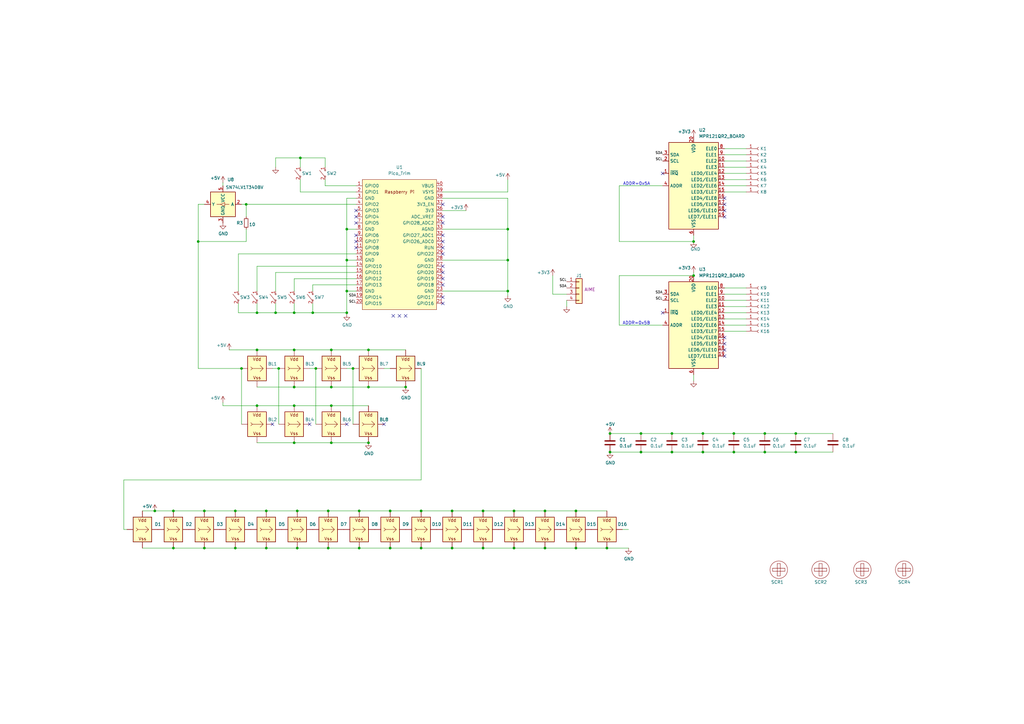
<source format=kicad_sch>
(kicad_sch (version 20230121) (generator eeschema)
  (paper "A3")
  (lib_symbols
    (symbol "Connector:Conn_01x01_Female" (pin_names (offset 1.016) hide)
      (property "Reference" "J" (at 0 2.54 0))
      (property "Value" "Conn_01x01_Female" (at 0 -2.54 0))
      (symbol "Conn_01x01_Female_1_1"
        (polyline (pts (xy -1.27 0) (xy -0.508 0)) (stroke (width 0.1524)))
        (arc (start 0 0.508) (mid -0.5058 0) (end 0 -0.508) (stroke (width 0.1524)))
        (pin passive line (at -5.08 0 0) (length 3.81) (name "Pin_1") (number "1"))
      )
    )
    (symbol "Connector_Generic:Conn_01x04" (pin_names (offset 1.016) hide)
      (property "Reference" "J" (at 0 5.08 0))
      (property "Value" "Conn_01x04" (at 0 -7.62 0))
      (symbol "Conn_01x04_1_1"
        (rectangle (start -1.27 -4.953) (end 0 -5.207) (stroke (width 0.1524)))
        (rectangle (start -1.27 -2.413) (end 0 -2.667) (stroke (width 0.1524)))
        (rectangle (start -1.27 0.127) (end 0 -0.127) (stroke (width 0.1524)))
        (rectangle (start -1.27 2.667) (end 0 2.413) (stroke (width 0.1524)))
        (rectangle (start -1.27 3.81) (end 1.27 -6.35) (stroke (width 0.254)) (fill (type background)))
        (pin passive line (at -5.08 2.54 0) (length 3.81) (name "Pin_1") (number "1"))
        (pin passive line (at -5.08 0 0) (length 3.81) (name "Pin_2") (number "2"))
        (pin passive line (at -5.08 -2.54 0) (length 3.81) (name "Pin_3") (number "3"))
        (pin passive line (at -5.08 -5.08 0) (length 3.81) (name "Pin_4") (number "4"))
      )
    )
    (symbol "Device:C" (pin_numbers hide) (pin_names (offset 0.254))
      (property "Reference" "C" (at 0.635 2.54 0))
      (property "Value" "C" (at 0.635 -2.54 0))
      (symbol "C_0_1"
        (polyline (pts (xy -2.032 -0.762) (xy 2.032 -0.762)) (stroke (width 0.508)))
        (polyline (pts (xy -2.032 0.762) (xy 2.032 0.762)) (stroke (width 0.508)))
      )
      (symbol "C_1_1"
        (pin passive line (at 0 3.81 270) (length 2.794) (name "~") (number "1"))
        (pin passive line (at 0 -3.81 90) (length 2.794) (name "~") (number "2"))
      )
    )
    (symbol "Device:R_Small" (pin_numbers hide) (pin_names (offset 0.254) hide)
      (property "Reference" "R" (at 0.762 0.508 0))
      (property "Value" "R_Small" (at 0.762 -1.016 0))
      (symbol "R_Small_0_1"
        (rectangle (start -0.762 1.778) (end 0.762 -1.778) (stroke (width 0.2032)))
      )
      (symbol "R_Small_1_1"
        (pin passive line (at 0 2.54 270) (length 0.762) (name "~") (number "1"))
        (pin passive line (at 0 -2.54 90) (length 0.762) (name "~") (number "2"))
      )
    )
    (symbol "Logic_LevelTranslator:SN74LV1T34DBV"
      (property "Reference" "U" (at 5.08 6.35 0))
      (property "Value" "SN74LV1T34DBV" (at 5.08 3.81 0))
      (symbol "SN74LV1T34DBV_0_1"
        (rectangle (start -5.08 5.08) (end 5.08 -5.08) (stroke (width 0.254)) (fill (type background)))
        (polyline (pts (xy -0.762 0) (xy -2.54 0)))
        (polyline (pts (xy 1.016 0) (xy 2.54 0)))
      )
      (symbol "SN74LV1T34DBV_1_1"
        (polyline (pts (xy -0.762 -0.762) (xy -0.762 0.762) (xy 1.016 0) (xy -0.762 -0.762)))
        (pin no_connect line (at -5.08 2.54 0) (length 2.54) hide (name "NC") (number "1"))
        (pin input line (at -7.62 0 0) (length 2.54) (name "A") (number "2"))
        (pin power_in line (at 0 -7.62 90) (length 2.54) (name "GND") (number "3"))
        (pin output line (at 7.62 0 180) (length 2.54) (name "Y") (number "4"))
        (pin power_in line (at 0 7.62 270) (length 2.54) (name "VCC") (number "5"))
      )
    )
    (symbol "agg:SWITCH_SPST" (pin_names (offset 0.0254) hide)
      (property "Reference" "SW" (at 0 3.81 0))
      (property "Value" "SWITCH_SPST" (at 0 -2.54 0))
      (symbol "SWITCH_SPST_1_1"
        (circle (center -1.27 0) (radius 0.254))
        (polyline (pts (xy -1.27 0.254) (xy 1.27 2.286)))
        (circle (center 1.27 0) (radius 0.254))
        (pin passive line (at 2.54 0 180) (length 1.016) (name "\"~{\"}") (number "1"))
        (pin passive line (at -2.54 0 0) (length 1.016) (name "\"~{\"}") (number "2"))
      )
    )
    (symbol "diva_main:MPR121QR2_BOARD"
      (property "Reference" "U" (at -10.16 19.05 0))
      (property "Value" "MPR121QR2_BOARD" (at 6.35 19.05 0))
      (symbol "MPR121QR2_BOARD_0_1"
        (rectangle (start -10.16 17.78) (end 10.16 -17.78) (stroke (width 0.254)) (fill (type background)))
      )
      (symbol "MPR121QR2_BOARD_1_1"
        (pin open_collector line (at -12.7 5.08 0) (length 2.54) (name "~{IRQ}") (number "1"))
        (pin passive line (at 12.7 10.16 180) (length 2.54) (name "ELE2") (number "10"))
        (pin passive line (at 12.7 7.62 180) (length 2.54) (name "ELE3") (number "11"))
        (pin passive line (at 12.7 5.08 180) (length 2.54) (name "LED0/ELE4") (number "12"))
        (pin passive line (at 12.7 2.54 180) (length 2.54) (name "LED1/ELE5") (number "13"))
        (pin passive line (at 12.7 0 180) (length 2.54) (name "LED2/ELE6") (number "14"))
        (pin passive line (at 12.7 -2.54 180) (length 2.54) (name "LED3/ELE7") (number "15"))
        (pin passive line (at 12.7 -5.08 180) (length 2.54) (name "LED4/ELE8") (number "16"))
        (pin passive line (at 12.7 -7.62 180) (length 2.54) (name "LED5/ELE9") (number "17"))
        (pin passive line (at 12.7 -10.16 180) (length 2.54) (name "LED6/ELE10") (number "18"))
        (pin passive line (at 12.7 -12.7 180) (length 2.54) (name "LED7/ELE11") (number "19"))
        (pin input line (at -12.7 10.16 0) (length 2.54) (name "SCL") (number "2"))
        (pin power_in line (at 0 20.32 270) (length 2.54) (name "VDD") (number "20"))
        (pin bidirectional line (at -12.7 12.7 0) (length 2.54) (name "SDA") (number "3"))
        (pin input line (at -12.7 0 0) (length 2.54) (name "ADDR") (number "4"))
        (pin power_in line (at 0 -20.32 90) (length 2.54) (name "VSS") (number "6"))
        (pin passive line (at 12.7 15.24 180) (length 2.54) (name "ELE0") (number "8"))
        (pin passive line (at 12.7 12.7 180) (length 2.54) (name "ELE1") (number "9"))
      )
    )
    (symbol "diva_main:Pico_Trim" (pin_names (offset 1.016))
      (property "Reference" "U" (at -13.97 27.94 0))
      (property "Value" "Pico_Trim" (at 0 19.05 0))
      (symbol "Pico_Trim_0_0"
        (text "Raspberry Pi" (at 0 21.59 0) (effects (font (size 1.27 1.27))))
      )
      (symbol "Pico_Trim_0_1"
        (rectangle (start -15.24 26.67) (end 15.24 -26.67) (fill (type background)))
      )
      (symbol "Pico_Trim_1_1"
        (pin bidirectional line (at -17.78 24.13 0) (length 2.54) (name "GPIO0") (number "1"))
        (pin bidirectional line (at -17.78 1.27 0) (length 2.54) (name "GPIO7") (number "10"))
        (pin bidirectional line (at -17.78 -1.27 0) (length 2.54) (name "GPIO8") (number "11"))
        (pin bidirectional line (at -17.78 -3.81 0) (length 2.54) (name "GPIO9") (number "12"))
        (pin power_in line (at -17.78 -6.35 0) (length 2.54) (name "GND") (number "13"))
        (pin bidirectional line (at -17.78 -8.89 0) (length 2.54) (name "GPIO10") (number "14"))
        (pin bidirectional line (at -17.78 -11.43 0) (length 2.54) (name "GPIO11") (number "15"))
        (pin bidirectional line (at -17.78 -13.97 0) (length 2.54) (name "GPIO12") (number "16"))
        (pin bidirectional line (at -17.78 -16.51 0) (length 2.54) (name "GPIO13") (number "17"))
        (pin power_in line (at -17.78 -19.05 0) (length 2.54) (name "GND") (number "18"))
        (pin bidirectional line (at -17.78 -21.59 0) (length 2.54) (name "GPIO14") (number "19"))
        (pin bidirectional line (at -17.78 21.59 0) (length 2.54) (name "GPIO1") (number "2"))
        (pin bidirectional line (at -17.78 -24.13 0) (length 2.54) (name "GPIO15") (number "20"))
        (pin bidirectional line (at 17.78 -24.13 180) (length 2.54) (name "GPIO16") (number "21"))
        (pin bidirectional line (at 17.78 -21.59 180) (length 2.54) (name "GPIO17") (number "22"))
        (pin power_in line (at 17.78 -19.05 180) (length 2.54) (name "GND") (number "23"))
        (pin bidirectional line (at 17.78 -16.51 180) (length 2.54) (name "GPIO18") (number "24"))
        (pin bidirectional line (at 17.78 -13.97 180) (length 2.54) (name "GPIO19") (number "25"))
        (pin bidirectional line (at 17.78 -11.43 180) (length 2.54) (name "GPIO20") (number "26"))
        (pin bidirectional line (at 17.78 -8.89 180) (length 2.54) (name "GPIO21") (number "27"))
        (pin power_in line (at 17.78 -6.35 180) (length 2.54) (name "GND") (number "28"))
        (pin bidirectional line (at 17.78 -3.81 180) (length 2.54) (name "GPIO22") (number "29"))
        (pin power_in line (at -17.78 19.05 0) (length 2.54) (name "GND") (number "3"))
        (pin input line (at 17.78 -1.27 180) (length 2.54) (name "RUN") (number "30"))
        (pin bidirectional line (at 17.78 1.27 180) (length 2.54) (name "GPIO26_ADC0") (number "31"))
        (pin bidirectional line (at 17.78 3.81 180) (length 2.54) (name "GPIO27_ADC1") (number "32"))
        (pin power_in line (at 17.78 6.35 180) (length 2.54) (name "AGND") (number "33"))
        (pin bidirectional line (at 17.78 8.89 180) (length 2.54) (name "GPIO28_ADC2") (number "34"))
        (pin unspecified line (at 17.78 11.43 180) (length 2.54) (name "ADC_VREF") (number "35"))
        (pin unspecified line (at 17.78 13.97 180) (length 2.54) (name "3V3") (number "36"))
        (pin input line (at 17.78 16.51 180) (length 2.54) (name "3V3_EN") (number "37"))
        (pin bidirectional line (at 17.78 19.05 180) (length 2.54) (name "GND") (number "38"))
        (pin unspecified line (at 17.78 21.59 180) (length 2.54) (name "VSYS") (number "39"))
        (pin bidirectional line (at -17.78 16.51 0) (length 2.54) (name "GPIO2") (number "4"))
        (pin unspecified line (at 17.78 24.13 180) (length 2.54) (name "VBUS") (number "40"))
        (pin bidirectional line (at -17.78 13.97 0) (length 2.54) (name "GPIO3") (number "5"))
        (pin bidirectional line (at -17.78 11.43 0) (length 2.54) (name "GPIO4") (number "6"))
        (pin bidirectional line (at -17.78 8.89 0) (length 2.54) (name "GPIO5") (number "7"))
        (pin power_in line (at -17.78 6.35 0) (length 2.54) (name "GND") (number "8"))
        (pin bidirectional line (at -17.78 3.81 0) (length 2.54) (name "GPIO6") (number "9"))
      )
    )
    (symbol "diva_main:WS2812B_Unified" (pin_numbers hide) (pin_names (offset 0.254) hide)
      (property "Reference" "D10" (at 2.54 6.35 0))
      (symbol "WS2812B_Unified_0_0"
        (polyline (pts (xy -1.905 0) (xy 2.54 0) (xy 1.27 1.27)))
        (text "Vdd" (at 0 3.81 0) (effects (font (size 1.27 1.27))))
        (text "Vss" (at 0 -3.81 0) (effects (font (size 1.27 1.27))))
      )
      (symbol "WS2812B_Unified_0_1"
        (rectangle (start -3.81 5.08) (end 3.81 -5.08) (stroke (width 0.254)) (fill (type background)))
        (polyline (pts (xy 1.27 -1.27) (xy 2.54 0)))
        (polyline (pts (xy -2.54 0.635) (xy -1.905 0) (xy -2.54 -0.635)))
      )
      (symbol "WS2812B_Unified_1_1"
        (pin power_in line (at 0 -7.62 90) (length 2.54) (name "VSS") (number "G"))
        (pin input line (at -6.35 0 0) (length 2.54) (name "In") (number "I"))
        (pin output line (at 6.35 0 180) (length 2.54) (name "Out") (number "O"))
        (pin power_in line (at 0 7.62 270) (length 2.54) (name "VDD") (number "V"))
      )
    )
    (symbol "iidx_teeny:ScrewHole" (pin_names (offset 0) hide)
      (property "Reference" "SCR?" (at 0.635 -5.715 0))
      (symbol "ScrewHole_0_1"
        (rectangle (start -2.54 0.635) (end 2.54 -0.635))
        (rectangle (start -0.635 2.54) (end 0.635 -2.54))
        (circle (center 0 0) (radius 3.5921))
      )
    )
    (symbol "power:+3V3" (power) (pin_names (offset 0))
      (property "Value" "+3V3" (at 0 3.556 0))
      (symbol "+3V3_0_1"
        (polyline (pts (xy -0.762 1.27) (xy 0 2.54)))
        (polyline (pts (xy 0 0) (xy 0 2.54)))
        (polyline (pts (xy 0 2.54) (xy 0.762 1.27)))
      )
      (symbol "+3V3_1_1"
        (pin power_in line (at 0 0 90) (length 0) hide (name "+3V3") (number "1"))
      )
    )
    (symbol "power:+5V" (power) (pin_names (offset 0))
      (property "Value" "+5V" (at 0 3.556 0))
      (symbol "+5V_0_1"
        (polyline (pts (xy -0.762 1.27) (xy 0 2.54)))
        (polyline (pts (xy 0 0) (xy 0 2.54)))
        (polyline (pts (xy 0 2.54) (xy 0.762 1.27)))
      )
      (symbol "+5V_1_1"
        (pin power_in line (at 0 0 90) (length 0) hide (name "+5V") (number "1"))
      )
    )
    (symbol "power:GND" (power) (pin_names (offset 0))
      (property "Value" "GND" (at 0 -3.81 0))
      (symbol "GND_0_1"
        (polyline (pts (xy 0 0) (xy 0 -1.27) (xy 1.27 -1.27) (xy 0 -2.54) (xy -1.27 -1.27) (xy 0 -1.27)))
      )
      (symbol "GND_1_1"
        (pin power_in line (at 0 0 270) (length 0) hide (name "GND") (number "1"))
      )
    )
  )
  (junction (at 123.19 64.77))
  (junction (at 109.22 224.79))
  (junction (at 99.06 151.13))
  (junction (at 147.32 209.55))
  (junction (at 300.99 185.42))
  (junction (at 96.52 224.79))
  (junction (at 135.89 181.61))
  (junction (at 135.89 158.75))
  (junction (at 236.22 209.55))
  (junction (at 248.92 224.79))
  (junction (at 81.28 99.06))
  (junction (at 185.42 224.79))
  (junction (at 151.13 181.61))
  (junction (at 151.13 143.51))
  (junction (at 135.89 166.37))
  (junction (at 160.02 209.55))
  (junction (at 129.54 151.13))
  (junction (at 121.92 224.79))
  (junction (at 109.22 209.55))
  (junction (at 134.62 224.79))
  (junction (at 262.89 185.42))
  (junction (at 250.19 177.8))
  (junction (at 185.42 209.55))
  (junction (at 120.65 128.27))
  (junction (at 223.52 224.79))
  (junction (at 144.78 151.13))
  (junction (at 142.24 119.38))
  (junction (at 83.82 224.79))
  (junction (at 250.19 185.42))
  (junction (at 114.3 151.13))
  (junction (at 313.69 185.42))
  (junction (at 284.48 99.06))
  (junction (at 313.69 177.8))
  (junction (at 63.5 209.55))
  (junction (at 166.37 158.75))
  (junction (at 120.65 181.61))
  (junction (at 121.92 209.55))
  (junction (at 105.41 128.27))
  (junction (at 134.62 209.55))
  (junction (at 288.29 177.8))
  (junction (at 236.22 224.79))
  (junction (at 288.29 185.42))
  (junction (at 172.72 224.79))
  (junction (at 262.89 177.8))
  (junction (at 160.02 224.79))
  (junction (at 275.59 177.8))
  (junction (at 326.39 185.42))
  (junction (at 113.03 128.27))
  (junction (at 135.89 143.51))
  (junction (at 300.99 177.8))
  (junction (at 142.24 106.68))
  (junction (at 120.65 143.51))
  (junction (at 71.12 209.55))
  (junction (at 120.65 158.75))
  (junction (at 223.52 209.55))
  (junction (at 210.82 224.79))
  (junction (at 326.39 177.8))
  (junction (at 198.12 209.55))
  (junction (at 105.41 143.51))
  (junction (at 100.965 83.82))
  (junction (at 96.52 209.55))
  (junction (at 142.24 93.98))
  (junction (at 198.12 224.79))
  (junction (at 83.82 209.55))
  (junction (at 128.27 128.27))
  (junction (at 142.24 128.27))
  (junction (at 210.82 209.55))
  (junction (at 208.28 106.68))
  (junction (at 208.28 93.98))
  (junction (at 120.65 166.37))
  (junction (at 71.12 224.79))
  (junction (at 147.32 224.79))
  (junction (at 284.48 113.03))
  (junction (at 105.41 166.37))
  (junction (at 275.59 185.42))
  (junction (at 208.28 119.38))
  (junction (at 151.13 158.75))
  (junction (at 172.72 209.55))
  (no_connect (at 163.83 129.54))
  (no_connect (at 297.18 81.28))
  (no_connect (at 297.18 146.05))
  (no_connect (at 297.18 83.82))
  (no_connect (at 181.61 121.92))
  (no_connect (at 146.05 99.06))
  (no_connect (at 297.18 143.51))
  (no_connect (at 181.61 101.6))
  (no_connect (at 181.61 104.14))
  (no_connect (at 181.61 109.22))
  (no_connect (at 181.61 111.76))
  (no_connect (at 181.61 83.82))
  (no_connect (at 181.61 88.9))
  (no_connect (at 161.29 129.54))
  (no_connect (at 181.61 91.44))
  (no_connect (at 181.61 124.46))
  (no_connect (at 111.76 173.99))
  (no_connect (at 157.48 173.99))
  (no_connect (at 297.18 138.43))
  (no_connect (at 297.18 140.97))
  (no_connect (at 181.61 96.52))
  (no_connect (at 297.18 86.36))
  (no_connect (at 181.61 116.84))
  (no_connect (at 146.05 96.52))
  (no_connect (at 181.61 99.06))
  (no_connect (at 127 173.99))
  (no_connect (at 142.24 173.99))
  (no_connect (at 271.78 71.12))
  (no_connect (at 297.18 88.9))
  (no_connect (at 146.05 86.36))
  (no_connect (at 271.78 128.27))
  (no_connect (at 181.61 114.3))
  (no_connect (at 166.37 129.54))
  (no_connect (at 146.05 101.6))
  (no_connect (at 146.05 91.44))
  (no_connect (at 146.05 88.9))
  (wire (pts (xy 284.48 156.21) (xy 284.48 153.67)))
  (wire (pts (xy 105.41 124.46) (xy 105.41 128.27)))
  (wire (pts (xy 181.61 86.36) (xy 191.135 86.36)))
  (wire (pts (xy 142.24 81.28) (xy 142.24 93.98)))
  (wire (pts (xy 160.02 224.79) (xy 172.72 224.79)))
  (wire (pts (xy 297.18 73.66) (xy 306.07 73.66)))
  (wire (pts (xy 128.27 128.27) (xy 142.24 128.27)))
  (wire (pts (xy 210.82 224.79) (xy 223.52 224.79)))
  (wire (pts (xy 50.8 217.17) (xy 52.07 217.17)))
  (wire (pts (xy 181.61 119.38) (xy 208.28 119.38)))
  (wire (pts (xy 297.18 63.5) (xy 306.07 63.5)))
  (wire (pts (xy 297.18 78.74) (xy 306.07 78.74)))
  (wire (pts (xy 313.69 185.42) (xy 326.39 185.42)))
  (wire (pts (xy 105.41 128.27) (xy 113.03 128.27)))
  (wire (pts (xy 236.22 209.55) (xy 248.92 209.55)))
  (wire (pts (xy 297.18 68.58) (xy 306.07 68.58)))
  (wire (pts (xy 146.05 104.14) (xy 97.79 104.14)))
  (wire (pts (xy 134.62 209.55) (xy 147.32 209.55)))
  (wire (pts (xy 208.28 81.28) (xy 208.28 93.98)))
  (wire (pts (xy 81.28 99.06) (xy 81.28 151.13)))
  (wire (pts (xy 133.35 76.2) (xy 133.35 73.66)))
  (wire (pts (xy 306.07 120.65) (xy 297.18 120.65)))
  (wire (pts (xy 97.79 104.14) (xy 97.79 119.38)))
  (wire (pts (xy 83.82 224.79) (xy 96.52 224.79)))
  (wire (pts (xy 120.65 158.75) (xy 135.89 158.75)))
  (wire (pts (xy 185.42 224.79) (xy 198.12 224.79)))
  (wire (pts (xy 105.41 109.22) (xy 105.41 119.38)))
  (wire (pts (xy 297.18 76.2) (xy 306.07 76.2)))
  (wire (pts (xy 81.28 83.82) (xy 83.82 83.82)))
  (wire (pts (xy 223.52 209.55) (xy 236.22 209.55)))
  (wire (pts (xy 297.18 60.96) (xy 306.07 60.96)))
  (wire (pts (xy 226.695 120.65) (xy 226.695 113.03)))
  (wire (pts (xy 284.48 99.06) (xy 284.48 96.52)))
  (wire (pts (xy 50.8 196.85) (xy 50.8 217.17)))
  (wire (pts (xy 105.41 143.51) (xy 120.65 143.51)))
  (wire (pts (xy 271.78 76.2) (xy 254 76.2)))
  (wire (pts (xy 157.48 151.13) (xy 160.02 151.13)))
  (wire (pts (xy 146.05 114.3) (xy 120.65 114.3)))
  (wire (pts (xy 105.41 158.75) (xy 120.65 158.75)))
  (wire (pts (xy 297.18 66.04) (xy 306.07 66.04)))
  (wire (pts (xy 151.13 158.75) (xy 166.37 158.75)))
  (wire (pts (xy 128.27 124.46) (xy 128.27 128.27)))
  (wire (pts (xy 146.05 111.76) (xy 113.03 111.76)))
  (wire (pts (xy 81.28 151.13) (xy 99.06 151.13)))
  (wire (pts (xy 223.52 224.79) (xy 236.22 224.79)))
  (wire (pts (xy 127 151.13) (xy 129.54 151.13)))
  (wire (pts (xy 142.24 93.98) (xy 142.24 106.68)))
  (wire (pts (xy 208.28 119.38) (xy 208.28 121.285)))
  (wire (pts (xy 248.92 224.79) (xy 257.81 224.79)))
  (wire (pts (xy 113.03 68.58) (xy 113.03 64.77)))
  (wire (pts (xy 254 133.35) (xy 254 113.03)))
  (wire (pts (xy 306.07 118.11) (xy 297.18 118.11)))
  (wire (pts (xy 326.39 177.8) (xy 341.63 177.8)))
  (wire (pts (xy 120.65 128.27) (xy 128.27 128.27)))
  (wire (pts (xy 121.92 224.79) (xy 134.62 224.79)))
  (wire (pts (xy 97.79 128.27) (xy 97.79 124.46)))
  (wire (pts (xy 262.89 177.8) (xy 275.59 177.8)))
  (wire (pts (xy 128.27 116.84) (xy 128.27 119.38)))
  (wire (pts (xy 109.22 209.55) (xy 121.92 209.55)))
  (wire (pts (xy 121.92 209.55) (xy 134.62 209.55)))
  (wire (pts (xy 113.03 128.27) (xy 120.65 128.27)))
  (wire (pts (xy 113.03 111.76) (xy 113.03 119.38)))
  (wire (pts (xy 81.28 83.82) (xy 81.28 99.06)))
  (wire (pts (xy 275.59 185.42) (xy 288.29 185.42)))
  (wire (pts (xy 144.78 151.13) (xy 144.78 173.99)))
  (wire (pts (xy 198.12 209.55) (xy 210.82 209.55)))
  (wire (pts (xy 208.28 73.66) (xy 208.28 78.74)))
  (wire (pts (xy 123.19 78.74) (xy 123.19 73.66)))
  (wire (pts (xy 306.07 135.89) (xy 297.18 135.89)))
  (wire (pts (xy 93.98 143.51) (xy 105.41 143.51)))
  (wire (pts (xy 100.965 83.82) (xy 100.965 88.9)))
  (wire (pts (xy 123.19 64.77) (xy 123.19 68.58)))
  (wire (pts (xy 232.41 120.65) (xy 226.695 120.65)))
  (wire (pts (xy 100.965 99.06) (xy 81.28 99.06)))
  (wire (pts (xy 71.12 209.55) (xy 83.82 209.55)))
  (wire (pts (xy 135.89 181.61) (xy 151.13 181.61)))
  (wire (pts (xy 133.35 64.77) (xy 133.35 68.58)))
  (wire (pts (xy 109.22 224.79) (xy 121.92 224.79)))
  (wire (pts (xy 172.72 151.13) (xy 172.72 196.85)))
  (wire (pts (xy 99.06 173.99) (xy 99.06 151.13)))
  (wire (pts (xy 172.72 196.85) (xy 50.8 196.85)))
  (wire (pts (xy 250.19 185.42) (xy 262.89 185.42)))
  (wire (pts (xy 160.02 209.55) (xy 172.72 209.55)))
  (wire (pts (xy 255.27 217.17) (xy 257.81 217.17)))
  (wire (pts (xy 113.03 124.46) (xy 113.03 128.27)))
  (wire (pts (xy 306.07 123.19) (xy 297.18 123.19)))
  (wire (pts (xy 135.89 143.51) (xy 151.13 143.51)))
  (wire (pts (xy 83.82 209.55) (xy 96.52 209.55)))
  (wire (pts (xy 63.5 209.55) (xy 71.12 209.55)))
  (wire (pts (xy 326.39 185.42) (xy 341.63 185.42)))
  (wire (pts (xy 120.65 166.37) (xy 135.89 166.37)))
  (wire (pts (xy 91.44 165.1) (xy 91.44 166.37)))
  (wire (pts (xy 146.05 76.2) (xy 133.35 76.2)))
  (wire (pts (xy 105.41 181.61) (xy 120.65 181.61)))
  (wire (pts (xy 96.52 224.79) (xy 109.22 224.79)))
  (wire (pts (xy 142.24 106.68) (xy 142.24 119.38)))
  (wire (pts (xy 262.89 185.42) (xy 275.59 185.42)))
  (wire (pts (xy 275.59 177.8) (xy 288.29 177.8)))
  (wire (pts (xy 297.18 71.12) (xy 306.07 71.12)))
  (wire (pts (xy 96.52 209.55) (xy 109.22 209.55)))
  (wire (pts (xy 284.48 111.76) (xy 284.48 113.03)))
  (wire (pts (xy 129.54 151.13) (xy 129.54 173.99)))
  (wire (pts (xy 236.22 224.79) (xy 248.92 224.79)))
  (wire (pts (xy 306.07 133.35) (xy 297.18 133.35)))
  (wire (pts (xy 113.03 64.77) (xy 123.19 64.77)))
  (wire (pts (xy 120.65 143.51) (xy 135.89 143.51)))
  (wire (pts (xy 172.72 224.79) (xy 185.42 224.79)))
  (wire (pts (xy 120.65 124.46) (xy 120.65 128.27)))
  (wire (pts (xy 300.99 185.42) (xy 313.69 185.42)))
  (wire (pts (xy 147.32 209.55) (xy 160.02 209.55)))
  (wire (pts (xy 146.05 116.84) (xy 128.27 116.84)))
  (wire (pts (xy 146.05 81.28) (xy 142.24 81.28)))
  (wire (pts (xy 142.24 119.38) (xy 146.05 119.38)))
  (wire (pts (xy 208.28 106.68) (xy 208.28 119.38)))
  (wire (pts (xy 254 113.03) (xy 284.48 113.03)))
  (wire (pts (xy 100.965 93.98) (xy 100.965 99.06)))
  (wire (pts (xy 105.41 128.27) (xy 97.79 128.27)))
  (wire (pts (xy 134.62 224.79) (xy 147.32 224.79)))
  (wire (pts (xy 147.32 224.79) (xy 160.02 224.79)))
  (wire (pts (xy 146.05 78.74) (xy 123.19 78.74)))
  (wire (pts (xy 254 76.2) (xy 254 99.06)))
  (wire (pts (xy 120.65 181.61) (xy 135.89 181.61)))
  (wire (pts (xy 181.61 81.28) (xy 208.28 81.28)))
  (wire (pts (xy 58.42 209.55) (xy 63.5 209.55)))
  (wire (pts (xy 142.24 128.27) (xy 142.24 128.905)))
  (wire (pts (xy 300.99 177.8) (xy 313.69 177.8)))
  (wire (pts (xy 123.19 64.77) (xy 133.35 64.77)))
  (wire (pts (xy 181.61 106.68) (xy 208.28 106.68)))
  (wire (pts (xy 135.89 166.37) (xy 151.13 166.37)))
  (wire (pts (xy 91.44 74.93) (xy 91.44 76.2)))
  (wire (pts (xy 111.76 151.13) (xy 114.3 151.13)))
  (wire (pts (xy 114.3 151.13) (xy 114.3 173.99)))
  (wire (pts (xy 71.12 224.79) (xy 83.82 224.79)))
  (wire (pts (xy 208.28 93.98) (xy 208.28 106.68)))
  (wire (pts (xy 185.42 209.55) (xy 198.12 209.55)))
  (wire (pts (xy 181.61 78.74) (xy 208.28 78.74)))
  (wire (pts (xy 288.29 185.42) (xy 300.99 185.42)))
  (wire (pts (xy 306.07 130.81) (xy 297.18 130.81)))
  (wire (pts (xy 271.78 133.35) (xy 254 133.35)))
  (wire (pts (xy 254 99.06) (xy 284.48 99.06)))
  (wire (pts (xy 181.61 93.98) (xy 208.28 93.98)))
  (wire (pts (xy 198.12 224.79) (xy 210.82 224.79)))
  (wire (pts (xy 172.72 209.55) (xy 185.42 209.55)))
  (wire (pts (xy 146.05 109.22) (xy 105.41 109.22)))
  (wire (pts (xy 105.41 166.37) (xy 120.65 166.37)))
  (wire (pts (xy 91.44 166.37) (xy 105.41 166.37)))
  (wire (pts (xy 210.82 209.55) (xy 223.52 209.55)))
  (wire (pts (xy 250.19 177.8) (xy 262.89 177.8)))
  (wire (pts (xy 135.89 158.75) (xy 151.13 158.75)))
  (wire (pts (xy 142.24 93.98) (xy 146.05 93.98)))
  (wire (pts (xy 120.65 114.3) (xy 120.65 119.38)))
  (wire (pts (xy 58.42 224.79) (xy 71.12 224.79)))
  (wire (pts (xy 232.41 123.19) (xy 232.41 125.73)))
  (wire (pts (xy 100.965 83.82) (xy 99.06 83.82)))
  (wire (pts (xy 306.07 128.27) (xy 297.18 128.27)))
  (wire (pts (xy 306.07 125.73) (xy 297.18 125.73)))
  (wire (pts (xy 142.24 119.38) (xy 142.24 128.27)))
  (wire (pts (xy 142.24 106.68) (xy 146.05 106.68)))
  (wire (pts (xy 288.29 177.8) (xy 300.99 177.8)))
  (wire (pts (xy 151.13 143.51) (xy 166.37 143.51)))
  (wire (pts (xy 142.24 151.13) (xy 144.78 151.13)))
  (wire (pts (xy 100.965 83.82) (xy 146.05 83.82)))
  (wire (pts (xy 313.69 177.8) (xy 326.39 177.8)))
  (text "ADDR=0x5A" (at 266.7 76.2 0) (effects (font (size 1.27 1.27)) (justify right bottom)))
  (text "ADDR=0x5B" (at 266.7 133.35 0) (effects (font (size 1.27 1.27)) (justify right bottom)))
  (label "SCL" (at 146.05 124.46 180) (effects (font (size 1 1))))
  (label "SCL" (at 271.78 66.04 180) (effects (font (size 1 1))))
  (label "SDA" (at 232.41 118.11 180) (effects (font (size 1 1))))
  (label "SDA" (at 271.78 120.65 180) (effects (font (size 1 1))))
  (label "SCL" (at 271.78 123.19 180) (effects (font (size 1 1))))
  (label "SDA" (at 271.78 63.5 180) (effects (font (size 1 1))))
  (label "SCL" (at 232.41 115.57 180) (effects (font (size 1 1))))
  (label "SDA" (at 146.05 121.92 180) (effects (font (size 1 1))))
  (symbol (lib_id "power:+5V") (at 91.44 165.1 0) (unit 1)
    (property "Reference" "#PWR02" (effects hide))
    (property "Value" "+5V" (at 88.265 163.195 0))
  )
  (symbol (lib_id "Connector:Conn_01x01_Female") (at 311.15 125.73 0) (unit 1)
    (property "Reference" "K12" (at 311.785 125.7299 0) (effects (justify left)))
    (property "Value" "Conn_01x01_Female" (effects hide))
    (property "Footprint" "diva_main:DivaKey" (effects hide))
  )
  (symbol (lib_id "Connector:Conn_01x01_Female") (at 311.15 66.04 0) (unit 1)
    (property "Reference" "K3" (at 311.785 66.0399 0) (effects (justify left)))
    (property "Value" "Conn_01x01_Female" (effects hide))
    (property "Footprint" "diva_main:DivaKey" (effects hide))
  )
  (symbol (lib_id "power:GND") (at 284.48 99.06 0) (unit 1)
    (property "Reference" "#PWR0122" (effects hide))
    (property "Value" "GND" (at 285.242 102.1842 0))
  )
  (symbol (lib_id "agg:SWITCH_SPST") (at 105.41 121.92 90) (unit 1)
    (property "Reference" "SW4" (at 106.045 121.92 90) (effects (justify right)))
    (property "Value" "SWITCH_SPST" (effects hide))
    (property "Footprint" "diva_main:SW_Kailh_Choc_V1V2_1.00u_LED" (effects hide))
  )
  (symbol (lib_id "diva_main:WS2812B_Unified") (at 151.13 173.99 0) (unit 1)
    (property "Reference" "BL8" (at 157.48 172.085 0))
    (property "Value" "WS2812B_Unified" (effects hide))
    (property "Footprint" "diva_main:WS2812B-2835" (effects hide))
  )
  (symbol (lib_id "Device:C") (at 288.29 181.61 0) (unit 1)
    (property "Reference" "C4" (at 292.1 180.3399 0) (effects (justify left)))
    (property "Value" "0.1uF" (at 292.1 182.8799 0) (effects (justify left)))
    (property "Footprint" "Capacitor_SMD:C_0603_1608Metric_Pad1.08x0.95mm_HandSolder" (effects hide))
  )
  (symbol (lib_id "diva_main:WS2812B_Unified") (at 134.62 217.17 0) (unit 1)
    (property "Reference" "D7" (at 140.97 215.011 0))
    (property "Value" "WS2812B_Unified" (effects hide))
    (property "Footprint" "diva_main:WS2812B-4020" (effects hide))
  )
  (symbol (lib_id "Device:C") (at 275.59 181.61 0) (unit 1)
    (property "Reference" "C3" (at 279.4 180.3399 0) (effects (justify left)))
    (property "Value" "0.1uF" (at 279.4 182.8799 0) (effects (justify left)))
    (property "Footprint" "Capacitor_SMD:C_0603_1608Metric_Pad1.08x0.95mm_HandSolder" (effects hide))
  )
  (symbol (lib_id "diva_main:WS2812B_Unified") (at 135.89 151.13 0) (unit 1)
    (property "Reference" "BL5" (at 142.24 149.225 0))
    (property "Value" "WS2812B_Unified" (effects hide))
    (property "Footprint" "diva_main:WS2812B-2835" (effects hide))
  )
  (symbol (lib_id "diva_main:WS2812B_Unified") (at 160.02 217.17 0) (unit 1)
    (property "Reference" "D9" (at 166.37 215.011 0))
    (property "Value" "WS2812B_Unified" (effects hide))
    (property "Footprint" "diva_main:WS2812B-4020" (effects hide))
  )
  (symbol (lib_id "diva_main:WS2812B_Unified") (at 58.42 217.17 0) (unit 1)
    (property "Reference" "D1" (at 64.77 215.011 0))
    (property "Value" "WS2812B_Unified" (effects hide))
    (property "Footprint" "diva_main:WS2812B-4020" (effects hide))
  )
  (symbol (lib_id "Connector:Conn_01x01_Female") (at 311.15 60.96 0) (unit 1)
    (property "Reference" "K1" (at 311.785 60.9599 0) (effects (justify left)))
    (property "Value" "Conn_01x01_Female" (effects hide))
    (property "Footprint" "diva_main:DivaKey" (effects hide))
  )
  (symbol (lib_id "Connector:Conn_01x01_Female") (at 311.15 76.2 0) (unit 1)
    (property "Reference" "K7" (at 311.785 76.1999 0) (effects (justify left)))
    (property "Value" "Conn_01x01_Female" (effects hide))
    (property "Footprint" "diva_main:DivaKey" (effects hide))
  )
  (symbol (lib_id "Device:R_Small") (at 100.965 91.44 180) (unit 1)
    (property "Reference" "R3" (at 99.695 91.44 0) (effects (justify left)))
    (property "Value" "10" (at 104.775 92.075 0) (effects (justify left)))
    (property "Footprint" "Resistor_SMD:R_0603_1608Metric" (effects hide))
    (property "LCSC" "C23186" (effects hide))
  )
  (symbol (lib_id "power:+5V") (at 93.98 143.51 0) (unit 1)
    (property "Reference" "#PWR0115" (effects hide))
    (property "Value" "+5V" (at 90.805 141.605 0))
  )
  (symbol (lib_id "power:GND") (at 142.24 128.905 0) (unit 1)
    (property "Reference" "#PWR0125" (effects hide))
    (property "Value" "GND" (at 142.367 133.2992 0))
  )
  (symbol (lib_id "power:GND") (at 208.28 121.285 0) (unit 1)
    (property "Reference" "#PWR0103" (effects hide))
    (property "Value" "GND" (at 208.407 125.6792 0))
  )
  (symbol (lib_id "power:+5V") (at 91.44 74.93 0) (unit 1)
    (property "Reference" "#PWR0117" (effects hide))
    (property "Value" "+5V" (at 88.265 73.025 0))
  )
  (symbol (lib_id "diva_main:WS2812B_Unified") (at 172.72 217.17 0) (unit 1)
    (property "Reference" "D10" (at 179.07 215.011 0))
    (property "Value" "WS2812B_Unified" (effects hide))
    (property "Footprint" "diva_main:WS2812B-4020" (effects hide))
  )
  (symbol (lib_id "Connector:Conn_01x01_Female") (at 311.15 128.27 0) (unit 1)
    (property "Reference" "K13" (at 311.785 128.27 0) (effects (justify left)))
    (property "Value" "Conn_01x01_Female" (effects hide))
    (property "Footprint" "diva_main:DivaKey" (effects hide))
  )
  (symbol (lib_id "diva_main:Pico_Trim") (at 163.83 100.33 0) (unit 1)
    (property "Reference" "U1" (at 163.83 68.58 0))
    (property "Value" "Pico_Trim" (at 163.83 71.12 0))
    (property "Footprint" "diva_main:RPi_Pico_SMD_No_USB" (effects hide))
  )
  (symbol (lib_id "diva_main:WS2812B_Unified") (at 210.82 217.17 0) (unit 1)
    (property "Reference" "D13" (at 217.17 215.011 0))
    (property "Value" "WS2812B_Unified" (effects hide))
    (property "Footprint" "diva_main:WS2812B-4020" (effects hide))
  )
  (symbol (lib_id "diva_main:WS2812B_Unified") (at 166.37 151.13 0) (unit 1)
    (property "Reference" "BL9" (at 172.72 149.225 0))
    (property "Value" "WS2812B_Unified" (effects hide))
    (property "Footprint" "diva_main:WS2812B-2835" (effects hide))
  )
  (symbol (lib_id "Device:C") (at 326.39 181.61 0) (unit 1)
    (property "Reference" "C7" (at 329.565 180.3399 0) (effects (justify left)))
    (property "Value" "0.1uF" (at 329.565 182.8799 0) (effects (justify left)))
    (property "Footprint" "Capacitor_SMD:C_0603_1608Metric_Pad1.08x0.95mm_HandSolder" (effects hide))
  )
  (symbol (lib_id "iidx_teeny:ScrewHole") (at 336.55 233.68 0) (unit 1)
    (property "Reference" "SCR2" (at 334.01 238.76 0) (effects (justify left)))
    (property "Value" "ScrewHole" (effects hide))
    (property "Footprint" "diva_main:MountingHole_3.2mm_M3" (effects hide))
  )
  (symbol (lib_id "agg:SWITCH_SPST") (at 133.35 71.12 90) (unit 1)
    (property "Reference" "SW2" (at 133.985 71.12 90) (effects (justify right)))
    (property "Value" "SWITCH_SPST" (effects hide))
    (property "Footprint" "diva_main:SKSTAAE010" (effects hide))
  )
  (symbol (lib_id "Connector:Conn_01x01_Female") (at 311.15 120.65 0) (unit 1)
    (property "Reference" "K10" (at 311.785 120.65 0) (effects (justify left)))
    (property "Value" "Conn_01x01_Female" (effects hide))
    (property "Footprint" "diva_main:DivaKey" (effects hide))
  )
  (symbol (lib_id "Connector:Conn_01x01_Female") (at 311.15 73.66 0) (unit 1)
    (property "Reference" "K6" (at 311.785 73.66 0) (effects (justify left)))
    (property "Value" "Conn_01x01_Female" (effects hide))
    (property "Footprint" "diva_main:DivaKey" (effects hide))
  )
  (symbol (lib_id "power:GND") (at 91.44 91.44 0) (unit 1)
    (property "Reference" "#PWR0113" (effects hide))
    (property "Value" "GND" (at 91.567 95.8342 0))
  )
  (symbol (lib_id "diva_main:WS2812B_Unified") (at 185.42 217.17 0) (unit 1)
    (property "Reference" "D11" (at 191.77 215.011 0))
    (property "Value" "WS2812B_Unified" (effects hide))
    (property "Footprint" "diva_main:WS2812B-4020" (effects hide))
  )
  (symbol (lib_id "power:GND") (at 284.48 156.21 0) (unit 1)
    (property "Reference" "#PWR0120" (effects hide))
    (property "Value" "GND" (effects hide))
  )
  (symbol (lib_id "diva_main:WS2812B_Unified") (at 135.89 173.99 0) (unit 1)
    (property "Reference" "BL6" (at 142.24 172.085 0))
    (property "Value" "WS2812B_Unified" (effects hide))
    (property "Footprint" "diva_main:WS2812B-2835" (effects hide))
  )
  (symbol (lib_id "diva_main:WS2812B_Unified") (at 198.12 217.17 0) (unit 1)
    (property "Reference" "D12" (at 204.47 215.011 0))
    (property "Value" "WS2812B_Unified" (effects hide))
    (property "Footprint" "diva_main:WS2812B-4020" (effects hide))
  )
  (symbol (lib_id "power:GND") (at 232.41 125.73 0) (unit 1)
    (property "Reference" "#PWR0108" (effects hide))
    (property "Value" "GND" (effects hide))
  )
  (symbol (lib_id "Device:C") (at 300.99 181.61 0) (unit 1)
    (property "Reference" "C5" (at 304.8 180.3399 0) (effects (justify left)))
    (property "Value" "0.1uF" (at 304.8 182.8799 0) (effects (justify left)))
    (property "Footprint" "Capacitor_SMD:C_0603_1608Metric_Pad1.08x0.95mm_HandSolder" (effects hide))
  )
  (symbol (lib_id "diva_main:WS2812B_Unified") (at 120.65 151.13 0) (unit 1)
    (property "Reference" "BL3" (at 127 149.225 0))
    (property "Value" "WS2812B_Unified" (effects hide))
    (property "Footprint" "diva_main:WS2812B-2835" (effects hide))
  )
  (symbol (lib_id "Connector:Conn_01x01_Female") (at 311.15 71.12 0) (unit 1)
    (property "Reference" "K5" (at 311.785 71.1199 0) (effects (justify left)))
    (property "Value" "Conn_01x01_Female" (effects hide))
    (property "Footprint" "diva_main:DivaKey" (effects hide))
  )
  (symbol (lib_id "Device:C") (at 341.63 181.61 0) (unit 1)
    (property "Reference" "C8" (at 345.44 180.3399 0) (effects (justify left)))
    (property "Value" "0.1uF" (at 345.44 182.8799 0) (effects (justify left)))
    (property "Footprint" "Capacitor_SMD:C_0603_1608Metric_Pad1.08x0.95mm_HandSolder" (effects hide))
  )
  (symbol (lib_id "Device:C") (at 313.69 181.61 0) (unit 1)
    (property "Reference" "C6" (at 316.865 180.3399 0) (effects (justify left)))
    (property "Value" "0.1uF" (at 316.865 182.8799 0) (effects (justify left)))
    (property "Footprint" "Capacitor_SMD:C_0603_1608Metric_Pad1.08x0.95mm_HandSolder" (effects hide))
  )
  (symbol (lib_id "diva_main:WS2812B_Unified") (at 105.41 173.99 0) (unit 1)
    (property "Reference" "BL2" (at 111.76 172.085 0))
    (property "Value" "WS2812B_Unified" (effects hide))
    (property "Footprint" "diva_main:WS2812B-2835" (effects hide))
  )
  (symbol (lib_id "diva_main:WS2812B_Unified") (at 105.41 151.13 0) (unit 1)
    (property "Reference" "BL1" (at 111.76 149.225 0))
    (property "Value" "WS2812B_Unified" (effects hide))
    (property "Footprint" "diva_main:WS2812B-2835" (effects hide))
  )
  (symbol (lib_id "diva_main:WS2812B_Unified") (at 147.32 217.17 0) (unit 1)
    (property "Reference" "D8" (at 153.67 215.011 0))
    (property "Value" "WS2812B_Unified" (effects hide))
    (property "Footprint" "diva_main:WS2812B-4020" (effects hide))
  )
  (symbol (lib_id "diva_main:MPR121QR2_BOARD") (at 284.48 133.35 0) (unit 1)
    (property "Reference" "U3" (at 286.6741 110.49 0) (effects (justify left)))
    (property "Value" "MPR121QR2_BOARD" (at 286.6741 113.03 0) (effects (justify left)))
    (property "Footprint" "diva_main:MPR121_BOARD" (effects hide))
    (property "Datasheet" "https://resurgentsemi.com/wp-content/uploads/2018/09/MPR121_rev5-Resurgent.pdf?d453f8&d453f8" (effects hide))
  )
  (symbol (lib_id "power:GND") (at 257.81 224.79 0) (unit 1)
    (property "Reference" "#PWR0101" (effects hide))
    (property "Value" "GND" (at 257.937 229.1842 0))
  )
  (symbol (lib_id "diva_main:WS2812B_Unified") (at 109.22 217.17 0) (unit 1)
    (property "Reference" "D5" (at 115.57 215.011 0))
    (property "Value" "WS2812B_Unified" (effects hide))
    (property "Footprint" "diva_main:WS2812B-4020" (effects hide))
  )
  (symbol (lib_id "Connector:Conn_01x01_Female") (at 311.15 130.81 0) (unit 1)
    (property "Reference" "K14" (at 311.785 130.81 0) (effects (justify left)))
    (property "Value" "Conn_01x01_Female" (effects hide))
    (property "Footprint" "diva_main:DivaKey" (effects hide))
  )
  (symbol (lib_id "diva_main:MPR121QR2_BOARD") (at 284.48 76.2 0) (unit 1)
    (property "Reference" "U2" (at 286.6741 53.34 0) (effects (justify left)))
    (property "Value" "MPR121QR2_BOARD" (at 286.6741 55.88 0) (effects (justify left)))
    (property "Footprint" "diva_main:MPR121_BOARD" (effects hide))
    (property "Datasheet" "https://resurgentsemi.com/wp-content/uploads/2018/09/MPR121_rev5-Resurgent.pdf?d453f8&d453f8" (effects hide))
  )
  (symbol (lib_id "diva_main:WS2812B_Unified") (at 223.52 217.17 0) (unit 1)
    (property "Reference" "D14" (at 229.87 215.011 0))
    (property "Value" "WS2812B_Unified" (effects hide))
    (property "Footprint" "diva_main:WS2812B-4020" (effects hide))
  )
  (symbol (lib_id "diva_main:WS2812B_Unified") (at 71.12 217.17 0) (unit 1)
    (property "Reference" "D2" (at 77.47 215.011 0))
    (property "Value" "WS2812B_Unified" (effects hide))
    (property "Footprint" "diva_main:WS2812B-4020" (effects hide))
  )
  (symbol (lib_id "power:GND") (at 113.03 68.58 0) (unit 1)
    (property "Reference" "#PWR04" (effects hide))
    (property "Value" "GND" (effects hide))
  )
  (symbol (lib_id "Device:C") (at 250.19 181.61 0) (unit 1)
    (property "Reference" "C1" (at 254 180.3399 0) (effects (justify left)))
    (property "Value" "0.1uF" (at 254 182.8799 0) (effects (justify left)))
    (property "Footprint" "Capacitor_SMD:C_0603_1608Metric_Pad1.08x0.95mm_HandSolder" (effects hide))
  )
  (symbol (lib_id "diva_main:WS2812B_Unified") (at 248.92 217.17 0) (unit 1)
    (property "Reference" "D16" (at 255.27 215.011 0))
    (property "Value" "WS2812B_Unified" (effects hide))
    (property "Footprint" "diva_main:WS2812B-4020" (effects hide))
  )
  (symbol (lib_id "power:+5V") (at 250.19 177.8 0) (unit 1)
    (property "Reference" "#PWR0107" (effects hide))
    (property "Value" "+5V" (at 250.19 173.99 0))
  )
  (symbol (lib_id "power:+5V") (at 208.28 73.66 0) (unit 1)
    (property "Reference" "#PWR01" (effects hide))
    (property "Value" "+5V" (at 205.105 71.755 0))
  )
  (symbol (lib_id "power:+3V3") (at 226.695 113.03 0) (unit 1)
    (property "Reference" "#PWR0109" (effects hide))
    (property "Value" "+3V3" (at 222.885 111.76 0))
  )
  (symbol (lib_id "agg:SWITCH_SPST") (at 120.65 121.92 90) (unit 1)
    (property "Reference" "SW6" (at 121.285 121.92 90) (effects (justify right)))
    (property "Value" "SWITCH_SPST" (effects hide))
    (property "Footprint" "diva_main:SW_Kailh_Choc_V1V2_1.00u_LED" (effects hide))
  )
  (symbol (lib_id "agg:SWITCH_SPST") (at 97.79 121.92 90) (unit 1)
    (property "Reference" "SW3" (at 98.425 121.92 90) (effects (justify right)))
    (property "Value" "SWITCH_SPST" (effects hide))
    (property "Footprint" "diva_main:SW_Kailh_Choc_V1V2_1.00u_LED" (effects hide))
  )
  (symbol (lib_id "power:GND") (at 151.13 181.61 0) (unit 1)
    (property "Reference" "#PWR03" (effects hide))
    (property "Value" "GND" (at 151.257 186.0042 0))
  )
  (symbol (lib_id "Connector:Conn_01x01_Female") (at 311.15 123.19 0) (unit 1)
    (property "Reference" "K11" (at 311.785 123.1899 0) (effects (justify left)))
    (property "Value" "Conn_01x01_Female" (effects hide))
    (property "Footprint" "diva_main:DivaKey" (effects hide))
  )
  (symbol (lib_id "power:GND") (at 166.37 158.75 0) (unit 1)
    (property "Reference" "#PWR0110" (effects hide))
    (property "Value" "GND" (at 166.497 163.1442 0))
  )
  (symbol (lib_id "power:+5V") (at 63.5 209.55 0) (unit 1)
    (property "Reference" "#PWR0102" (effects hide))
    (property "Value" "+5V" (at 60.325 207.645 0))
  )
  (symbol (lib_id "power:GND") (at 250.19 185.42 0) (unit 1)
    (property "Reference" "#PWR0106" (effects hide))
    (property "Value" "GND" (at 250.317 189.8142 0))
  )
  (symbol (lib_id "diva_main:WS2812B_Unified") (at 96.52 217.17 0) (unit 1)
    (property "Reference" "D4" (at 102.87 215.011 0))
    (property "Value" "WS2812B_Unified" (effects hide))
    (property "Footprint" "diva_main:WS2812B-4020" (effects hide))
  )
  (symbol (lib_id "power:+3V3") (at 284.48 111.76 0) (unit 1)
    (property "Reference" "#PWR0124" (effects hide))
    (property "Value" "+3V3" (at 280.67 109.855 0))
  )
  (symbol (lib_id "diva_main:WS2812B_Unified") (at 120.65 173.99 0) (unit 1)
    (property "Reference" "BL4" (at 127 172.085 0))
    (property "Value" "WS2812B_Unified" (effects hide))
    (property "Footprint" "diva_main:WS2812B-2835" (effects hide))
  )
  (symbol (lib_id "iidx_teeny:ScrewHole") (at 370.84 233.68 0) (unit 1)
    (property "Reference" "SCR4" (at 368.3 238.76 0) (effects (justify left)))
    (property "Value" "ScrewHole" (effects hide))
    (property "Footprint" "diva_main:MountingHole_3.2mm_M3" (effects hide))
  )
  (symbol (lib_id "iidx_teeny:ScrewHole") (at 319.405 233.68 0) (unit 1)
    (property "Reference" "SCR1" (at 316.23 238.76 0) (effects (justify left)))
    (property "Value" "ScrewHole" (effects hide))
    (property "Footprint" "diva_main:MountingHole_3.2mm_M3" (effects hide))
  )
  (symbol (lib_id "agg:SWITCH_SPST") (at 128.27 121.92 90) (unit 1)
    (property "Reference" "SW7" (at 128.905 121.92 90) (effects (justify right)))
    (property "Value" "SWITCH_SPST" (effects hide))
    (property "Footprint" "diva_main:B3F4000" (effects hide))
  )
  (symbol (lib_id "Connector:Conn_01x01_Female") (at 311.15 78.74 0) (unit 1)
    (property "Reference" "K8" (at 311.785 78.74 0) (effects (justify left)))
    (property "Value" "Conn_01x01_Female" (effects hide))
    (property "Footprint" "diva_main:DivaKeyBiasLeft" (effects hide))
  )
  (symbol (lib_id "agg:SWITCH_SPST") (at 113.03 121.92 90) (unit 1)
    (property "Reference" "SW5" (at 113.665 121.92 90) (effects (justify right)))
    (property "Value" "SWITCH_SPST" (effects hide))
    (property "Footprint" "diva_main:SW_Kailh_Choc_V1V2_1.00u_LED" (effects hide))
  )
  (symbol (lib_id "Connector:Conn_01x01_Female") (at 311.15 133.35 0) (unit 1)
    (property "Reference" "K15" (at 311.785 133.35 0) (effects (justify left)))
    (property "Value" "Conn_01x01_Female" (effects hide))
    (property "Footprint" "diva_main:DivaKey" (effects hide))
  )
  (symbol (lib_id "iidx_teeny:ScrewHole") (at 353.695 233.68 0) (unit 1)
    (property "Reference" "SCR3" (at 350.52 238.76 0) (effects (justify left)))
    (property "Value" "ScrewHole" (effects hide))
    (property "Footprint" "diva_main:MountingHole_3.2mm_M3" (effects hide))
  )
  (symbol (lib_id "power:+3V3") (at 284.48 55.88 0) (unit 1)
    (property "Reference" "#PWR0123" (effects hide))
    (property "Value" "+3V3" (at 280.67 53.975 0))
  )
  (symbol (lib_id "power:+3V3") (at 191.135 86.36 0) (unit 1)
    (property "Reference" "#PWR0111" (effects hide))
    (property "Value" "+3V3" (at 187.325 85.09 0))
  )
  (symbol (lib_id "Connector:Conn_01x01_Female") (at 311.15 68.58 0) (unit 1)
    (property "Reference" "K4" (at 311.785 68.58 0) (effects (justify left)))
    (property "Value" "Conn_01x01_Female" (effects hide))
    (property "Footprint" "diva_main:DivaKey" (effects hide))
  )
  (symbol (lib_id "Logic_LevelTranslator:SN74LV1T34DBV") (at 91.44 83.82 0) (mirror y) (unit 1)
    (property "Reference" "U8" (at 94.615 73.66 0))
    (property "Value" "SN74LV1T34DBV" (at 100.33 76.835 0))
    (property "Footprint" "diva_main:SOT-23-5_Jumper" (effects hide))
    (property "Datasheet" "https://www.ti.com/lit/ds/symlink/sn74lv1t34.pdf" (effects hide))
  )
  (symbol (lib_id "Connector:Conn_01x01_Female") (at 311.15 118.11 0) (unit 1)
    (property "Reference" "K9" (at 311.785 118.1099 0) (effects (justify left)))
    (property "Value" "Conn_01x01_Female" (effects hide))
    (property "Footprint" "diva_main:DivaKeyBiasRight" (effects hide))
  )
  (symbol (lib_id "diva_main:WS2812B_Unified") (at 236.22 217.17 0) (unit 1)
    (property "Reference" "D15" (at 242.57 215.011 0))
    (property "Value" "WS2812B_Unified" (effects hide))
    (property "Footprint" "diva_main:WS2812B-4020" (effects hide))
  )
  (symbol (lib_id "Connector_Generic:Conn_01x04") (at 237.49 118.11 0) (unit 1)
    (property "Reference" "J1" (at 237.49 113.03 0))
    (property "Value" "Conn_01x04" (effects hide))
    (property "Footprint" "diva_main:PN532" (effects hide))
    (property "Field4" "AIME" (at 241.935 118.745 0))
  )
  (symbol (lib_id "diva_main:WS2812B_Unified") (at 121.92 217.17 0) (unit 1)
    (property "Reference" "D6" (at 128.27 215.011 0))
    (property "Value" "WS2812B_Unified" (effects hide))
    (property "Footprint" "diva_main:WS2812B-4020" (effects hide))
  )
  (symbol (lib_id "Device:C") (at 262.89 181.61 0) (unit 1)
    (property "Reference" "C2" (at 266.7 180.3399 0) (effects (justify left)))
    (property "Value" "0.1uF" (at 266.7 182.8799 0) (effects (justify left)))
    (property "Footprint" "Capacitor_SMD:C_0603_1608Metric_Pad1.08x0.95mm_HandSolder" (effects hide))
  )
  (symbol (lib_id "diva_main:WS2812B_Unified") (at 151.13 151.13 0) (unit 1)
    (property "Reference" "BL7" (at 157.48 149.225 0))
    (property "Value" "WS2812B_Unified" (effects hide))
    (property "Footprint" "diva_main:WS2812B-2835" (effects hide))
  )
  (symbol (lib_id "Connector:Conn_01x01_Female") (at 311.15 135.89 0) (unit 1)
    (property "Reference" "K16" (at 311.785 135.89 0) (effects (justify left)))
    (property "Value" "Conn_01x01_Female" (effects hide))
    (property "Footprint" "diva_main:DivaKey" (effects hide))
  )
  (symbol (lib_id "Connector:Conn_01x01_Female") (at 311.15 63.5 0) (unit 1)
    (property "Reference" "K2" (at 311.785 63.5 0) (effects (justify left)))
    (property "Value" "Conn_01x01_Female" (effects hide))
    (property "Footprint" "diva_main:DivaKey" (effects hide))
  )
  (symbol (lib_id "diva_main:WS2812B_Unified") (at 83.82 217.17 0) (unit 1)
    (property "Reference" "D3" (at 90.17 215.011 0))
    (property "Value" "WS2812B_Unified" (effects hide))
    (property "Footprint" "diva_main:WS2812B-4020" (effects hide))
  )
  (symbol (lib_id "agg:SWITCH_SPST") (at 123.19 71.12 90) (unit 1)
    (property "Reference" "SW1" (at 123.825 71.12 90) (effects (justify right)))
    (property "Value" "SWITCH_SPST" (effects hide))
    (property "Footprint" "diva_main:SKSTAAE010" (effects hide))
  )
)
</source>
